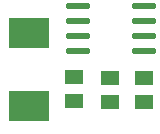
<source format=gbp>
G04 Layer: BottomPasteMaskLayer*
G04 EasyEDA v6.5.38, 2023-12-02 23:03:57*
G04 3574156a907d4d7c87788ecda130693a,c7ad1a84f3dd4ba2a6b1e1313e4bac77,10*
G04 Gerber Generator version 0.2*
G04 Scale: 100 percent, Rotated: No, Reflected: No *
G04 Dimensions in millimeters *
G04 leading zeros omitted , absolute positions ,4 integer and 5 decimal *
%FSLAX45Y45*%
%MOMM*%

%AMMACRO1*21,1,$1,$2,0,0,$3*%
%ADD10MACRO1,1.16X1.4498X90.0000*%
%ADD11MACRO1,2.5001X3.3998X90.0000*%
%ADD12MACRO1,2.4999X3.3998X90.0000*%
%ADD13O,2.0450048X0.58801*%

%LPD*%
D10*
G01*
X-50800Y-977912D03*
G01*
X-50800Y-774712D03*
G01*
X546100Y-990612D03*
G01*
X546100Y-787412D03*
G01*
X254000Y-990612D03*
G01*
X254000Y-787412D03*
D11*
G01*
X-431787Y-401205D03*
D12*
G01*
X-431787Y-1021207D03*
D13*
G01*
X543940Y-177800D03*
G01*
X543940Y-304800D03*
G01*
X543940Y-431800D03*
G01*
X543940Y-558800D03*
G01*
X-10540Y-177800D03*
G01*
X-10540Y-304800D03*
G01*
X-10540Y-431800D03*
G01*
X-10540Y-558800D03*
M02*

</source>
